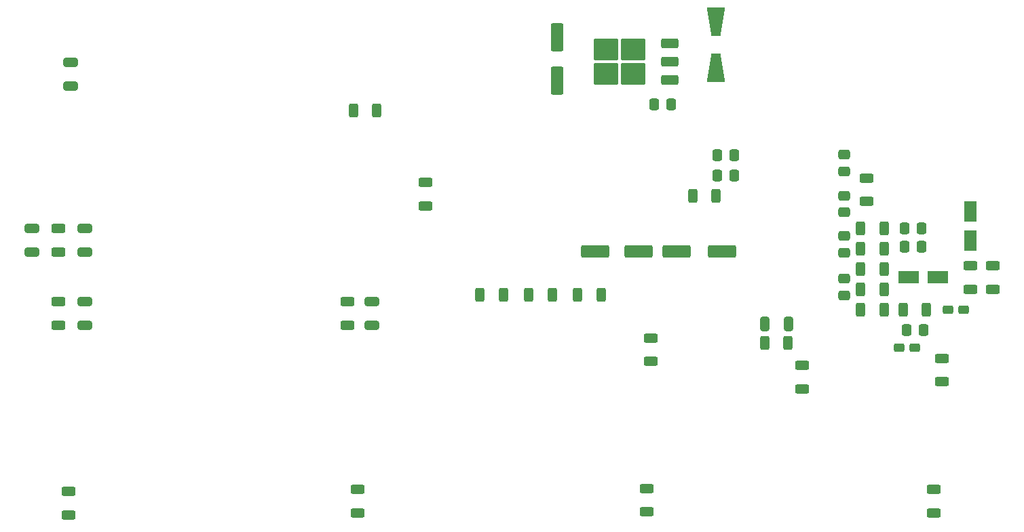
<source format=gbr>
%TF.GenerationSoftware,KiCad,Pcbnew,8.0.5*%
%TF.CreationDate,2024-11-14T08:46:23+01:00*%
%TF.ProjectId,VCO_RPIpico,56434f5f-5250-4497-9069-636f2e6b6963,0*%
%TF.SameCoordinates,Original*%
%TF.FileFunction,Paste,Bot*%
%TF.FilePolarity,Positive*%
%FSLAX46Y46*%
G04 Gerber Fmt 4.6, Leading zero omitted, Abs format (unit mm)*
G04 Created by KiCad (PCBNEW 8.0.5) date 2024-11-14 08:46:23*
%MOMM*%
%LPD*%
G01*
G04 APERTURE LIST*
G04 Aperture macros list*
%AMRoundRect*
0 Rectangle with rounded corners*
0 $1 Rounding radius*
0 $2 $3 $4 $5 $6 $7 $8 $9 X,Y pos of 4 corners*
0 Add a 4 corners polygon primitive as box body*
4,1,4,$2,$3,$4,$5,$6,$7,$8,$9,$2,$3,0*
0 Add four circle primitives for the rounded corners*
1,1,$1+$1,$2,$3*
1,1,$1+$1,$4,$5*
1,1,$1+$1,$6,$7*
1,1,$1+$1,$8,$9*
0 Add four rect primitives between the rounded corners*
20,1,$1+$1,$2,$3,$4,$5,0*
20,1,$1+$1,$4,$5,$6,$7,0*
20,1,$1+$1,$6,$7,$8,$9,0*
20,1,$1+$1,$8,$9,$2,$3,0*%
%AMOutline4P*
0 Free polygon, 4 corners , with rotation*
0 The origin of the aperture is its center*
0 number of corners: always 4*
0 $1 to $8 corner X, Y*
0 $9 Rotation angle, in degrees counterclockwise*
0 create outline with 4 corners*
4,1,4,$1,$2,$3,$4,$5,$6,$7,$8,$1,$2,$9*%
G04 Aperture macros list end*
%ADD10Outline4P,-1.800000X-1.150000X1.800000X-0.550000X1.800000X0.550000X-1.800000X1.150000X270.000000*%
%ADD11Outline4P,-1.800000X-1.150000X1.800000X-0.550000X1.800000X0.550000X-1.800000X1.150000X90.000000*%
%ADD12RoundRect,0.250000X1.500000X0.550000X-1.500000X0.550000X-1.500000X-0.550000X1.500000X-0.550000X0*%
%ADD13RoundRect,0.250000X0.312500X0.625000X-0.312500X0.625000X-0.312500X-0.625000X0.312500X-0.625000X0*%
%ADD14RoundRect,0.250000X0.650000X-0.325000X0.650000X0.325000X-0.650000X0.325000X-0.650000X-0.325000X0*%
%ADD15RoundRect,0.250000X-0.625000X0.312500X-0.625000X-0.312500X0.625000X-0.312500X0.625000X0.312500X0*%
%ADD16RoundRect,0.250000X-0.312500X-0.625000X0.312500X-0.625000X0.312500X0.625000X-0.312500X0.625000X0*%
%ADD17RoundRect,0.250000X0.550000X-1.050000X0.550000X1.050000X-0.550000X1.050000X-0.550000X-1.050000X0*%
%ADD18RoundRect,0.250000X0.337500X0.475000X-0.337500X0.475000X-0.337500X-0.475000X0.337500X-0.475000X0*%
%ADD19RoundRect,0.250000X0.475000X-0.337500X0.475000X0.337500X-0.475000X0.337500X-0.475000X-0.337500X0*%
%ADD20RoundRect,0.250000X-0.550000X1.500000X-0.550000X-1.500000X0.550000X-1.500000X0.550000X1.500000X0*%
%ADD21RoundRect,0.250000X0.625000X-0.312500X0.625000X0.312500X-0.625000X0.312500X-0.625000X-0.312500X0*%
%ADD22RoundRect,0.250000X-1.050000X-0.550000X1.050000X-0.550000X1.050000X0.550000X-1.050000X0.550000X0*%
%ADD23RoundRect,0.250000X-0.325000X-0.650000X0.325000X-0.650000X0.325000X0.650000X-0.325000X0.650000X0*%
%ADD24RoundRect,0.250000X-0.337500X-0.475000X0.337500X-0.475000X0.337500X0.475000X-0.337500X0.475000X0*%
%ADD25RoundRect,0.250000X0.400000X0.275000X-0.400000X0.275000X-0.400000X-0.275000X0.400000X-0.275000X0*%
%ADD26RoundRect,0.250000X-0.650000X0.325000X-0.650000X-0.325000X0.650000X-0.325000X0.650000X0.325000X0*%
%ADD27RoundRect,0.250000X-0.475000X0.337500X-0.475000X-0.337500X0.475000X-0.337500X0.475000X0.337500X0*%
%ADD28RoundRect,0.250000X-0.400000X-0.275000X0.400000X-0.275000X0.400000X0.275000X-0.400000X0.275000X0*%
%ADD29RoundRect,0.250000X0.850000X0.350000X-0.850000X0.350000X-0.850000X-0.350000X0.850000X-0.350000X0*%
%ADD30RoundRect,0.250000X1.275000X1.125000X-1.275000X1.125000X-1.275000X-1.125000X1.275000X-1.125000X0*%
G04 APERTURE END LIST*
D10*
%TO.C,D20*%
X139060000Y-48598000D03*
D11*
X139060000Y-54398000D03*
%TD*%
D12*
%TO.C,C9*%
X139812000Y-77321000D03*
X134212000Y-77321000D03*
%TD*%
D13*
%TO.C,R2*%
X148061000Y-88751000D03*
X145136000Y-88751000D03*
%TD*%
D14*
%TO.C,C6*%
X53700000Y-77399000D03*
X53700000Y-74449000D03*
%TD*%
D15*
%TO.C,R27*%
X170794000Y-79095000D03*
X170794000Y-82020000D03*
%TD*%
D16*
%TO.C,R19*%
X136184500Y-70336000D03*
X139109500Y-70336000D03*
%TD*%
D17*
%TO.C,C23*%
X170794000Y-75946000D03*
X170794000Y-72346000D03*
%TD*%
D13*
%TO.C,R22*%
X165337000Y-84560000D03*
X162412000Y-84560000D03*
%TD*%
D18*
%TO.C,C12*%
X164973500Y-87100000D03*
X162898500Y-87100000D03*
%TD*%
D13*
%TO.C,R7*%
X112582500Y-82756000D03*
X109657500Y-82756000D03*
%TD*%
D19*
%TO.C,C22*%
X155046000Y-67309500D03*
X155046000Y-65234500D03*
%TD*%
D14*
%TO.C,C5*%
X58526000Y-56620000D03*
X58526000Y-53670000D03*
%TD*%
D13*
%TO.C,R21*%
X160064500Y-82020000D03*
X157139500Y-82020000D03*
%TD*%
D20*
%TO.C,C1*%
X119248000Y-50592000D03*
X119248000Y-55992000D03*
%TD*%
D21*
%TO.C,R29*%
X157856000Y-71072000D03*
X157856000Y-68147000D03*
%TD*%
D15*
%TO.C,R16*%
X166222000Y-107035000D03*
X166222000Y-109960000D03*
%TD*%
%TO.C,R4*%
X93070000Y-83605500D03*
X93070000Y-86530500D03*
%TD*%
D22*
%TO.C,C21*%
X163152000Y-80496000D03*
X166752000Y-80496000D03*
%TD*%
D13*
%TO.C,R12*%
X124774500Y-82756000D03*
X121849500Y-82756000D03*
%TD*%
D23*
%TO.C,C7*%
X145189000Y-86338000D03*
X148139000Y-86338000D03*
%TD*%
D12*
%TO.C,C8*%
X129425000Y-77321000D03*
X124025000Y-77321000D03*
%TD*%
D21*
%TO.C,R17*%
X149839000Y-94466000D03*
X149839000Y-91541000D03*
%TD*%
%TO.C,R11*%
X130408000Y-109837000D03*
X130408000Y-106912000D03*
%TD*%
D15*
%TO.C,R5*%
X57002000Y-83605500D03*
X57002000Y-86530500D03*
%TD*%
D19*
%TO.C,C11*%
X155046000Y-82782000D03*
X155046000Y-80707000D03*
%TD*%
D21*
%TO.C,R9*%
X58272000Y-110214000D03*
X58272000Y-107289000D03*
%TD*%
D24*
%TO.C,C16*%
X162644500Y-74400000D03*
X164719500Y-74400000D03*
%TD*%
D13*
%TO.C,R8*%
X118662500Y-82756000D03*
X115737500Y-82756000D03*
%TD*%
D25*
%TO.C,C17*%
X163911000Y-89360000D03*
X161961000Y-89360000D03*
%TD*%
D16*
%TO.C,R25*%
X157139500Y-76940000D03*
X160064500Y-76940000D03*
%TD*%
D14*
%TO.C,C2*%
X96118000Y-86543000D03*
X96118000Y-83593000D03*
%TD*%
D18*
%TO.C,C15*%
X141351500Y-65256000D03*
X139276500Y-65256000D03*
%TD*%
D21*
%TO.C,R3*%
X130916000Y-91041000D03*
X130916000Y-88116000D03*
%TD*%
D16*
%TO.C,R28*%
X93832000Y-59668000D03*
X96757000Y-59668000D03*
%TD*%
D13*
%TO.C,R24*%
X160064500Y-79480000D03*
X157139500Y-79480000D03*
%TD*%
D26*
%TO.C,C4*%
X60304000Y-74449000D03*
X60304000Y-77399000D03*
%TD*%
D21*
%TO.C,R6*%
X57002000Y-77386500D03*
X57002000Y-74461500D03*
%TD*%
D13*
%TO.C,R20*%
X160064500Y-84560000D03*
X157139500Y-84560000D03*
%TD*%
D14*
%TO.C,C3*%
X60304000Y-86543000D03*
X60304000Y-83593000D03*
%TD*%
D21*
%TO.C,R10*%
X94340000Y-109960000D03*
X94340000Y-107035000D03*
%TD*%
D18*
%TO.C,C10*%
X133477500Y-58906000D03*
X131402500Y-58906000D03*
%TD*%
D19*
%TO.C,C20*%
X155046000Y-77469500D03*
X155046000Y-75394500D03*
%TD*%
D16*
%TO.C,R26*%
X157139500Y-74400000D03*
X160064500Y-74400000D03*
%TD*%
D15*
%TO.C,R1*%
X102849000Y-68681000D03*
X102849000Y-71606000D03*
%TD*%
D21*
%TO.C,R23*%
X173588000Y-82020000D03*
X173588000Y-79095000D03*
%TD*%
%TO.C,R18*%
X167238000Y-93581000D03*
X167238000Y-90656000D03*
%TD*%
D24*
%TO.C,C19*%
X162644500Y-76686000D03*
X164719500Y-76686000D03*
%TD*%
D18*
%TO.C,C14*%
X141351500Y-67796000D03*
X139276500Y-67796000D03*
%TD*%
D27*
%TO.C,C13*%
X155046000Y-70336000D03*
X155046000Y-72411000D03*
%TD*%
D28*
%TO.C,C18*%
X168041000Y-84560000D03*
X169991000Y-84560000D03*
%TD*%
D29*
%TO.C,U3*%
X133338000Y-51304500D03*
X133338000Y-53584500D03*
D30*
X128713000Y-55109500D03*
X128713000Y-52059500D03*
X125363000Y-55109500D03*
X125363000Y-52059500D03*
D29*
X133338000Y-55864500D03*
%TD*%
M02*

</source>
